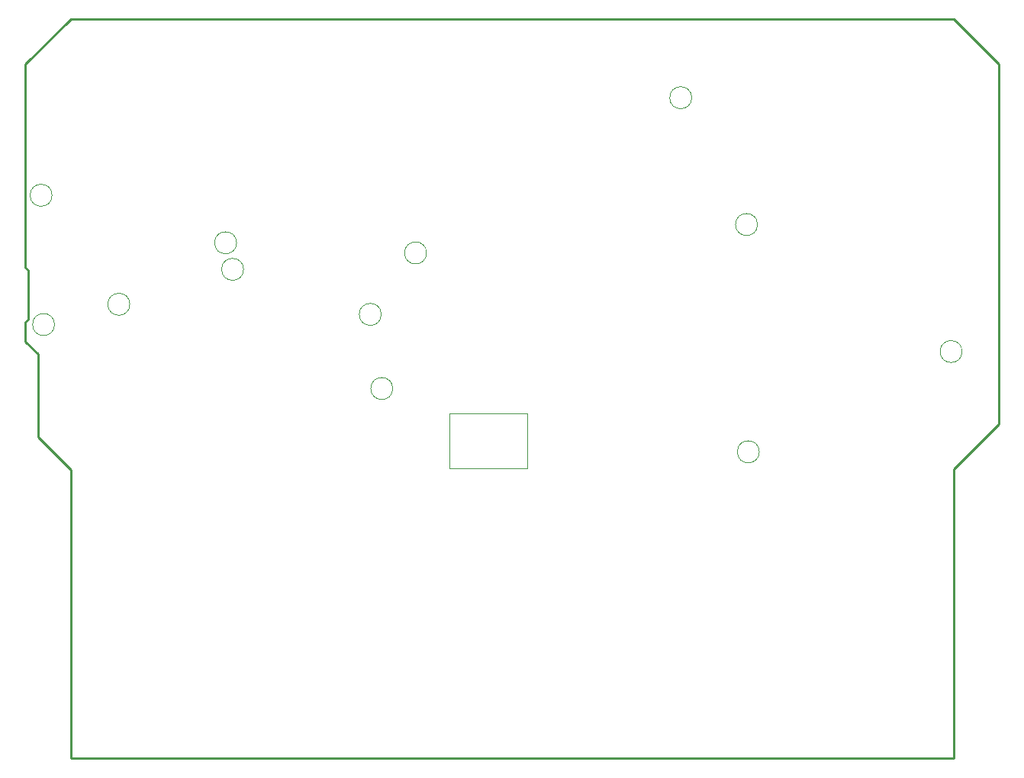
<source format=gbr>
%TF.GenerationSoftware,KiCad,Pcbnew,9.0.7*%
%TF.CreationDate,2026-02-04T16:30:56+00:00*%
%TF.ProjectId,FED3 tester - support,46454433-2074-4657-9374-6572202d2073,rev?*%
%TF.SameCoordinates,PX6146580PY6dc4960*%
%TF.FileFunction,Other,User*%
%FSLAX46Y46*%
G04 Gerber Fmt 4.6, Leading zero omitted, Abs format (unit mm)*
G04 Created by KiCad (PCBNEW 9.0.7) date 2026-02-04 16:30:56*
%MOMM*%
%LPD*%
G01*
G04 APERTURE LIST*
%ADD10C,0.050000*%
%TA.AperFunction,Profile*%
%ADD11C,0.250000*%
%TD*%
G04 APERTURE END LIST*
D10*
%TO.C,TP6*%
X35746756Y41053600D02*
G75*
G02*
X33305444Y41053600I-1220656J0D01*
G01*
X33305444Y41053600D02*
G75*
G02*
X35746756Y41053600I1220656J0D01*
G01*
%TO.C,TP3*%
X18421756Y57228600D02*
G75*
G02*
X15980444Y57228600I-1220656J0D01*
G01*
X15980444Y57228600D02*
G75*
G02*
X18421756Y57228600I1220656J0D01*
G01*
%TO.C,TP11*%
X19196756Y54278600D02*
G75*
G02*
X16755444Y54278600I-1220656J0D01*
G01*
X16755444Y54278600D02*
G75*
G02*
X19196756Y54278600I1220656J0D01*
G01*
%TO.C,TP12*%
X34471756Y49278600D02*
G75*
G02*
X32030444Y49278600I-1220656J0D01*
G01*
X32030444Y49278600D02*
G75*
G02*
X34471756Y49278600I1220656J0D01*
G01*
%TO.C,TP7*%
X98921756Y45153600D02*
G75*
G02*
X96480444Y45153600I-1220656J0D01*
G01*
X96480444Y45153600D02*
G75*
G02*
X98921756Y45153600I1220656J0D01*
G01*
%TO.C,TP10*%
X-2053244Y62503600D02*
G75*
G02*
X-4494556Y62503600I-1220656J0D01*
G01*
X-4494556Y62503600D02*
G75*
G02*
X-2053244Y62503600I1220656J0D01*
G01*
%TO.C,TP8*%
X76221756Y59253600D02*
G75*
G02*
X73780444Y59253600I-1220656J0D01*
G01*
X73780444Y59253600D02*
G75*
G02*
X76221756Y59253600I1220656J0D01*
G01*
%TO.C,TP9*%
X-1778244Y48153600D02*
G75*
G02*
X-4219556Y48153600I-1220656J0D01*
G01*
X-4219556Y48153600D02*
G75*
G02*
X-1778244Y48153600I1220656J0D01*
G01*
%TO.C,TP4*%
X6571756Y50403600D02*
G75*
G02*
X4130444Y50403600I-1220656J0D01*
G01*
X4130444Y50403600D02*
G75*
G02*
X6571756Y50403600I1220656J0D01*
G01*
%TO.C,TP2*%
X76421756Y34028600D02*
G75*
G02*
X73980444Y34028600I-1220656J0D01*
G01*
X73980444Y34028600D02*
G75*
G02*
X76421756Y34028600I1220656J0D01*
G01*
%TO.C,J2*%
X42069050Y38263857D02*
X42069050Y32173857D01*
X42069050Y32173857D02*
X50689050Y32173857D01*
X50689050Y38263857D02*
X42069050Y38263857D01*
X50689050Y32173857D02*
X50689050Y38263857D01*
%TO.C,TP5*%
X68921756Y73328600D02*
G75*
G02*
X66480444Y73328600I-1220656J0D01*
G01*
X66480444Y73328600D02*
G75*
G02*
X68921756Y73328600I1220656J0D01*
G01*
%TO.C,TP13*%
X39496756Y56103600D02*
G75*
G02*
X37055444Y56103600I-1220656J0D01*
G01*
X37055444Y56103600D02*
G75*
G02*
X39496756Y56103600I1220656J0D01*
G01*
%TD*%
D11*
X-3600000Y35650000D02*
X-3600000Y44850000D01*
X98000000Y82050000D02*
X103000000Y77050000D01*
X-4720000Y54170000D02*
X-5000000Y54450000D01*
X-5000000Y77050000D02*
X0Y82050000D01*
X-4720000Y48730000D02*
X-4720000Y54170000D01*
X-5000000Y54450000D02*
X-5000000Y77050000D01*
X36000000Y82050000D02*
X62000000Y82050000D01*
X-5000000Y48450000D02*
X-4720000Y48730000D01*
X98000000Y32100000D02*
X98000000Y0D01*
X103000000Y37100000D02*
X98000000Y32100000D01*
X0Y32050000D02*
X-3600000Y35650000D01*
X0Y82050000D02*
X36000000Y82050000D01*
X-5000000Y46250000D02*
X-5000000Y48450000D01*
X103000000Y77050000D02*
X103000000Y37100000D01*
X98000000Y0D02*
X0Y0D01*
X0Y32050000D02*
X0Y0D01*
X-3600000Y44850000D02*
X-5000000Y46250000D01*
X62000000Y82050000D02*
X98000000Y82050000D01*
M02*

</source>
